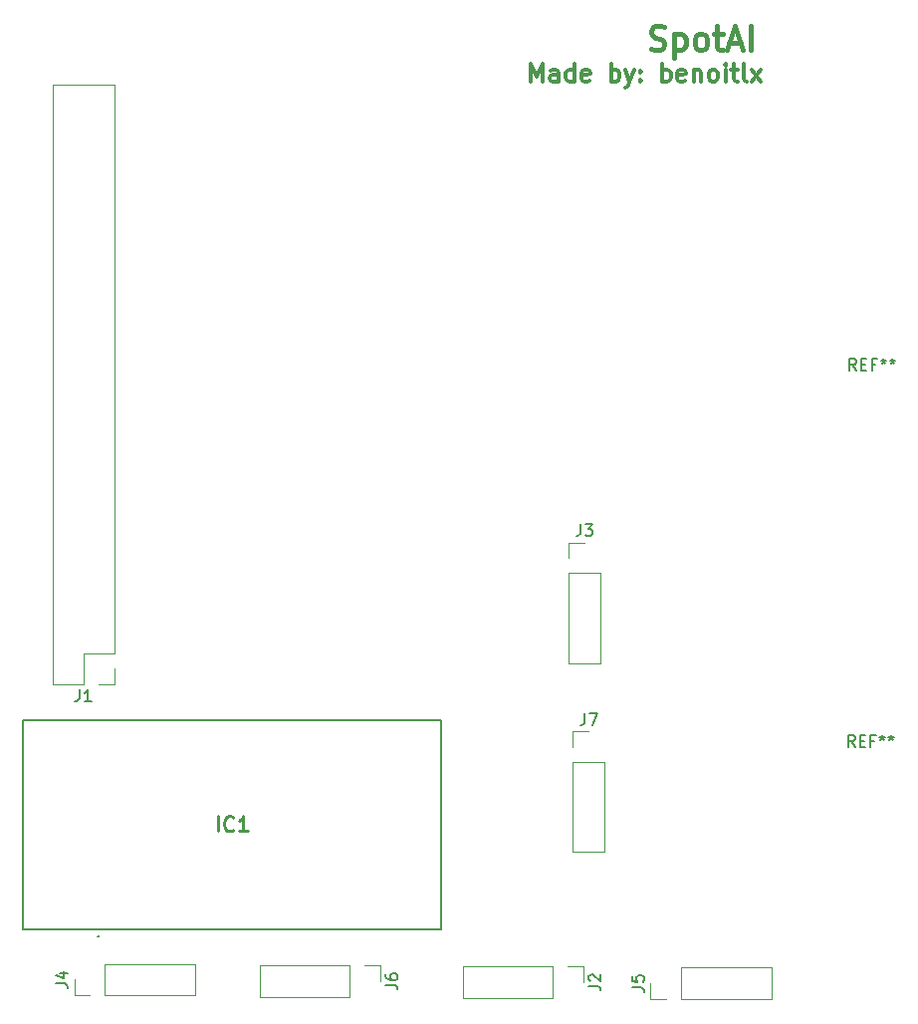
<source format=gbr>
%TF.GenerationSoftware,KiCad,Pcbnew,5.1.10-1.fc34*%
%TF.CreationDate,2021-07-27T15:58:01+02:00*%
%TF.ProjectId,SpotAI,53706f74-4149-42e6-9b69-6361645f7063,rev?*%
%TF.SameCoordinates,Original*%
%TF.FileFunction,Legend,Top*%
%TF.FilePolarity,Positive*%
%FSLAX46Y46*%
G04 Gerber Fmt 4.6, Leading zero omitted, Abs format (unit mm)*
G04 Created by KiCad (PCBNEW 5.1.10-1.fc34) date 2021-07-27 15:58:01*
%MOMM*%
%LPD*%
G01*
G04 APERTURE LIST*
%ADD10C,0.300000*%
%ADD11C,0.400000*%
%ADD12C,0.120000*%
%ADD13C,0.200000*%
%ADD14C,0.150000*%
%ADD15C,0.254000*%
G04 APERTURE END LIST*
D10*
X117285714Y-50208571D02*
X117285714Y-48708571D01*
X117785714Y-49780000D01*
X118285714Y-48708571D01*
X118285714Y-50208571D01*
X119642857Y-50208571D02*
X119642857Y-49422857D01*
X119571428Y-49280000D01*
X119428571Y-49208571D01*
X119142857Y-49208571D01*
X119000000Y-49280000D01*
X119642857Y-50137142D02*
X119500000Y-50208571D01*
X119142857Y-50208571D01*
X119000000Y-50137142D01*
X118928571Y-49994285D01*
X118928571Y-49851428D01*
X119000000Y-49708571D01*
X119142857Y-49637142D01*
X119500000Y-49637142D01*
X119642857Y-49565714D01*
X121000000Y-50208571D02*
X121000000Y-48708571D01*
X121000000Y-50137142D02*
X120857142Y-50208571D01*
X120571428Y-50208571D01*
X120428571Y-50137142D01*
X120357142Y-50065714D01*
X120285714Y-49922857D01*
X120285714Y-49494285D01*
X120357142Y-49351428D01*
X120428571Y-49280000D01*
X120571428Y-49208571D01*
X120857142Y-49208571D01*
X121000000Y-49280000D01*
X122285714Y-50137142D02*
X122142857Y-50208571D01*
X121857142Y-50208571D01*
X121714285Y-50137142D01*
X121642857Y-49994285D01*
X121642857Y-49422857D01*
X121714285Y-49280000D01*
X121857142Y-49208571D01*
X122142857Y-49208571D01*
X122285714Y-49280000D01*
X122357142Y-49422857D01*
X122357142Y-49565714D01*
X121642857Y-49708571D01*
X124142857Y-50208571D02*
X124142857Y-48708571D01*
X124142857Y-49280000D02*
X124285714Y-49208571D01*
X124571428Y-49208571D01*
X124714285Y-49280000D01*
X124785714Y-49351428D01*
X124857142Y-49494285D01*
X124857142Y-49922857D01*
X124785714Y-50065714D01*
X124714285Y-50137142D01*
X124571428Y-50208571D01*
X124285714Y-50208571D01*
X124142857Y-50137142D01*
X125357142Y-49208571D02*
X125714285Y-50208571D01*
X126071428Y-49208571D02*
X125714285Y-50208571D01*
X125571428Y-50565714D01*
X125500000Y-50637142D01*
X125357142Y-50708571D01*
X126642857Y-50065714D02*
X126714285Y-50137142D01*
X126642857Y-50208571D01*
X126571428Y-50137142D01*
X126642857Y-50065714D01*
X126642857Y-50208571D01*
X126642857Y-49280000D02*
X126714285Y-49351428D01*
X126642857Y-49422857D01*
X126571428Y-49351428D01*
X126642857Y-49280000D01*
X126642857Y-49422857D01*
X128500000Y-50208571D02*
X128500000Y-48708571D01*
X128500000Y-49280000D02*
X128642857Y-49208571D01*
X128928571Y-49208571D01*
X129071428Y-49280000D01*
X129142857Y-49351428D01*
X129214285Y-49494285D01*
X129214285Y-49922857D01*
X129142857Y-50065714D01*
X129071428Y-50137142D01*
X128928571Y-50208571D01*
X128642857Y-50208571D01*
X128500000Y-50137142D01*
X130428571Y-50137142D02*
X130285714Y-50208571D01*
X130000000Y-50208571D01*
X129857142Y-50137142D01*
X129785714Y-49994285D01*
X129785714Y-49422857D01*
X129857142Y-49280000D01*
X130000000Y-49208571D01*
X130285714Y-49208571D01*
X130428571Y-49280000D01*
X130500000Y-49422857D01*
X130500000Y-49565714D01*
X129785714Y-49708571D01*
X131142857Y-49208571D02*
X131142857Y-50208571D01*
X131142857Y-49351428D02*
X131214285Y-49280000D01*
X131357142Y-49208571D01*
X131571428Y-49208571D01*
X131714285Y-49280000D01*
X131785714Y-49422857D01*
X131785714Y-50208571D01*
X132714285Y-50208571D02*
X132571428Y-50137142D01*
X132500000Y-50065714D01*
X132428571Y-49922857D01*
X132428571Y-49494285D01*
X132500000Y-49351428D01*
X132571428Y-49280000D01*
X132714285Y-49208571D01*
X132928571Y-49208571D01*
X133071428Y-49280000D01*
X133142857Y-49351428D01*
X133214285Y-49494285D01*
X133214285Y-49922857D01*
X133142857Y-50065714D01*
X133071428Y-50137142D01*
X132928571Y-50208571D01*
X132714285Y-50208571D01*
X133857142Y-50208571D02*
X133857142Y-49208571D01*
X133857142Y-48708571D02*
X133785714Y-48780000D01*
X133857142Y-48851428D01*
X133928571Y-48780000D01*
X133857142Y-48708571D01*
X133857142Y-48851428D01*
X134357142Y-49208571D02*
X134928571Y-49208571D01*
X134571428Y-48708571D02*
X134571428Y-49994285D01*
X134642857Y-50137142D01*
X134785714Y-50208571D01*
X134928571Y-50208571D01*
X135642857Y-50208571D02*
X135500000Y-50137142D01*
X135428571Y-49994285D01*
X135428571Y-48708571D01*
X136071428Y-50208571D02*
X136857142Y-49208571D01*
X136071428Y-49208571D02*
X136857142Y-50208571D01*
D11*
X127514285Y-47409523D02*
X127800000Y-47504761D01*
X128276190Y-47504761D01*
X128466666Y-47409523D01*
X128561904Y-47314285D01*
X128657142Y-47123809D01*
X128657142Y-46933333D01*
X128561904Y-46742857D01*
X128466666Y-46647619D01*
X128276190Y-46552380D01*
X127895238Y-46457142D01*
X127704761Y-46361904D01*
X127609523Y-46266666D01*
X127514285Y-46076190D01*
X127514285Y-45885714D01*
X127609523Y-45695238D01*
X127704761Y-45600000D01*
X127895238Y-45504761D01*
X128371428Y-45504761D01*
X128657142Y-45600000D01*
X129514285Y-46171428D02*
X129514285Y-48171428D01*
X129514285Y-46266666D02*
X129704761Y-46171428D01*
X130085714Y-46171428D01*
X130276190Y-46266666D01*
X130371428Y-46361904D01*
X130466666Y-46552380D01*
X130466666Y-47123809D01*
X130371428Y-47314285D01*
X130276190Y-47409523D01*
X130085714Y-47504761D01*
X129704761Y-47504761D01*
X129514285Y-47409523D01*
X131609523Y-47504761D02*
X131419047Y-47409523D01*
X131323809Y-47314285D01*
X131228571Y-47123809D01*
X131228571Y-46552380D01*
X131323809Y-46361904D01*
X131419047Y-46266666D01*
X131609523Y-46171428D01*
X131895238Y-46171428D01*
X132085714Y-46266666D01*
X132180952Y-46361904D01*
X132276190Y-46552380D01*
X132276190Y-47123809D01*
X132180952Y-47314285D01*
X132085714Y-47409523D01*
X131895238Y-47504761D01*
X131609523Y-47504761D01*
X132847619Y-46171428D02*
X133609523Y-46171428D01*
X133133333Y-45504761D02*
X133133333Y-47219047D01*
X133228571Y-47409523D01*
X133419047Y-47504761D01*
X133609523Y-47504761D01*
X134180952Y-46933333D02*
X135133333Y-46933333D01*
X133990476Y-47504761D02*
X134657142Y-45504761D01*
X135323809Y-47504761D01*
X135990476Y-47504761D02*
X135990476Y-45504761D01*
D12*
%TO.C,J1*%
X81870000Y-50510000D02*
X76670000Y-50510000D01*
X81870000Y-98830000D02*
X81870000Y-50510000D01*
X76670000Y-101430000D02*
X76670000Y-50510000D01*
X81870000Y-98830000D02*
X79270000Y-98830000D01*
X79270000Y-98830000D02*
X79270000Y-101430000D01*
X79270000Y-101430000D02*
X76670000Y-101430000D01*
X81870000Y-100100000D02*
X81870000Y-101430000D01*
X81870000Y-101430000D02*
X80540000Y-101430000D01*
%TO.C,J7*%
X120890000Y-115700000D02*
X123550000Y-115700000D01*
X120890000Y-108020000D02*
X120890000Y-115700000D01*
X123550000Y-108020000D02*
X123550000Y-115700000D01*
X120890000Y-108020000D02*
X123550000Y-108020000D01*
X120890000Y-106750000D02*
X120890000Y-105420000D01*
X120890000Y-105420000D02*
X122220000Y-105420000D01*
%TO.C,J6*%
X94230000Y-125340000D02*
X94230000Y-128000000D01*
X101910000Y-125340000D02*
X94230000Y-125340000D01*
X101910000Y-128000000D02*
X94230000Y-128000000D01*
X101910000Y-125340000D02*
X101910000Y-128000000D01*
X103180000Y-125340000D02*
X104510000Y-125340000D01*
X104510000Y-125340000D02*
X104510000Y-126670000D01*
%TO.C,J5*%
X137750000Y-128180000D02*
X137750000Y-125520000D01*
X130070000Y-128180000D02*
X137750000Y-128180000D01*
X130070000Y-125520000D02*
X137750000Y-125520000D01*
X130070000Y-128180000D02*
X130070000Y-125520000D01*
X128800000Y-128180000D02*
X127470000Y-128180000D01*
X127470000Y-128180000D02*
X127470000Y-126850000D01*
%TO.C,J4*%
X88760000Y-127870000D02*
X88760000Y-125210000D01*
X81080000Y-127870000D02*
X88760000Y-127870000D01*
X81080000Y-125210000D02*
X88760000Y-125210000D01*
X81080000Y-127870000D02*
X81080000Y-125210000D01*
X79810000Y-127870000D02*
X78480000Y-127870000D01*
X78480000Y-127870000D02*
X78480000Y-126540000D01*
%TO.C,J3*%
X120550000Y-99660000D02*
X123210000Y-99660000D01*
X120550000Y-91980000D02*
X120550000Y-99660000D01*
X123210000Y-91980000D02*
X123210000Y-99660000D01*
X120550000Y-91980000D02*
X123210000Y-91980000D01*
X120550000Y-90710000D02*
X120550000Y-89380000D01*
X120550000Y-89380000D02*
X121880000Y-89380000D01*
%TO.C,J2*%
X111510000Y-125430000D02*
X111510000Y-128090000D01*
X119190000Y-125430000D02*
X111510000Y-125430000D01*
X119190000Y-128090000D02*
X111510000Y-128090000D01*
X119190000Y-125430000D02*
X119190000Y-128090000D01*
X120460000Y-125430000D02*
X121790000Y-125430000D01*
X121790000Y-125430000D02*
X121790000Y-126760000D01*
D13*
%TO.C,IC1*%
X80480000Y-122870000D02*
X80480000Y-122870000D01*
X80580000Y-122870000D02*
X80580000Y-122870000D01*
X80480000Y-122870000D02*
X80480000Y-122870000D01*
X74130000Y-122230000D02*
X74130000Y-104460000D01*
X109700000Y-122230000D02*
X74130000Y-122230000D01*
X109700000Y-104460000D02*
X109700000Y-122230000D01*
X74130000Y-104460000D02*
X109700000Y-104460000D01*
X80580000Y-122870000D02*
G75*
G02*
X80480000Y-122870000I-50000J0D01*
G01*
X80480000Y-122870000D02*
G75*
G02*
X80580000Y-122870000I50000J0D01*
G01*
X80580000Y-122870000D02*
G75*
G02*
X80480000Y-122870000I-50000J0D01*
G01*
%TO.C,REF\u002A\u002A*%
D14*
X144966666Y-74752380D02*
X144633333Y-74276190D01*
X144395238Y-74752380D02*
X144395238Y-73752380D01*
X144776190Y-73752380D01*
X144871428Y-73800000D01*
X144919047Y-73847619D01*
X144966666Y-73942857D01*
X144966666Y-74085714D01*
X144919047Y-74180952D01*
X144871428Y-74228571D01*
X144776190Y-74276190D01*
X144395238Y-74276190D01*
X145395238Y-74228571D02*
X145728571Y-74228571D01*
X145871428Y-74752380D02*
X145395238Y-74752380D01*
X145395238Y-73752380D01*
X145871428Y-73752380D01*
X146633333Y-74228571D02*
X146300000Y-74228571D01*
X146300000Y-74752380D02*
X146300000Y-73752380D01*
X146776190Y-73752380D01*
X147300000Y-73752380D02*
X147300000Y-73990476D01*
X147061904Y-73895238D02*
X147300000Y-73990476D01*
X147538095Y-73895238D01*
X147157142Y-74180952D02*
X147300000Y-73990476D01*
X147442857Y-74180952D01*
X148061904Y-73752380D02*
X148061904Y-73990476D01*
X147823809Y-73895238D02*
X148061904Y-73990476D01*
X148300000Y-73895238D01*
X147919047Y-74180952D02*
X148061904Y-73990476D01*
X148204761Y-74180952D01*
X144866666Y-106752380D02*
X144533333Y-106276190D01*
X144295238Y-106752380D02*
X144295238Y-105752380D01*
X144676190Y-105752380D01*
X144771428Y-105800000D01*
X144819047Y-105847619D01*
X144866666Y-105942857D01*
X144866666Y-106085714D01*
X144819047Y-106180952D01*
X144771428Y-106228571D01*
X144676190Y-106276190D01*
X144295238Y-106276190D01*
X145295238Y-106228571D02*
X145628571Y-106228571D01*
X145771428Y-106752380D02*
X145295238Y-106752380D01*
X145295238Y-105752380D01*
X145771428Y-105752380D01*
X146533333Y-106228571D02*
X146200000Y-106228571D01*
X146200000Y-106752380D02*
X146200000Y-105752380D01*
X146676190Y-105752380D01*
X147200000Y-105752380D02*
X147200000Y-105990476D01*
X146961904Y-105895238D02*
X147200000Y-105990476D01*
X147438095Y-105895238D01*
X147057142Y-106180952D02*
X147200000Y-105990476D01*
X147342857Y-106180952D01*
X147961904Y-105752380D02*
X147961904Y-105990476D01*
X147723809Y-105895238D02*
X147961904Y-105990476D01*
X148200000Y-105895238D01*
X147819047Y-106180952D02*
X147961904Y-105990476D01*
X148104761Y-106180952D01*
%TO.C,J1*%
X78936666Y-101882380D02*
X78936666Y-102596666D01*
X78889047Y-102739523D01*
X78793809Y-102834761D01*
X78650952Y-102882380D01*
X78555714Y-102882380D01*
X79936666Y-102882380D02*
X79365238Y-102882380D01*
X79650952Y-102882380D02*
X79650952Y-101882380D01*
X79555714Y-102025238D01*
X79460476Y-102120476D01*
X79365238Y-102168095D01*
%TO.C,J7*%
X121886666Y-103872380D02*
X121886666Y-104586666D01*
X121839047Y-104729523D01*
X121743809Y-104824761D01*
X121600952Y-104872380D01*
X121505714Y-104872380D01*
X122267619Y-103872380D02*
X122934285Y-103872380D01*
X122505714Y-104872380D01*
%TO.C,J6*%
X104962380Y-127003333D02*
X105676666Y-127003333D01*
X105819523Y-127050952D01*
X105914761Y-127146190D01*
X105962380Y-127289047D01*
X105962380Y-127384285D01*
X104962380Y-126098571D02*
X104962380Y-126289047D01*
X105010000Y-126384285D01*
X105057619Y-126431904D01*
X105200476Y-126527142D01*
X105390952Y-126574761D01*
X105771904Y-126574761D01*
X105867142Y-126527142D01*
X105914761Y-126479523D01*
X105962380Y-126384285D01*
X105962380Y-126193809D01*
X105914761Y-126098571D01*
X105867142Y-126050952D01*
X105771904Y-126003333D01*
X105533809Y-126003333D01*
X105438571Y-126050952D01*
X105390952Y-126098571D01*
X105343333Y-126193809D01*
X105343333Y-126384285D01*
X105390952Y-126479523D01*
X105438571Y-126527142D01*
X105533809Y-126574761D01*
%TO.C,J5*%
X125922380Y-127183333D02*
X126636666Y-127183333D01*
X126779523Y-127230952D01*
X126874761Y-127326190D01*
X126922380Y-127469047D01*
X126922380Y-127564285D01*
X125922380Y-126230952D02*
X125922380Y-126707142D01*
X126398571Y-126754761D01*
X126350952Y-126707142D01*
X126303333Y-126611904D01*
X126303333Y-126373809D01*
X126350952Y-126278571D01*
X126398571Y-126230952D01*
X126493809Y-126183333D01*
X126731904Y-126183333D01*
X126827142Y-126230952D01*
X126874761Y-126278571D01*
X126922380Y-126373809D01*
X126922380Y-126611904D01*
X126874761Y-126707142D01*
X126827142Y-126754761D01*
%TO.C,J4*%
X76932380Y-126873333D02*
X77646666Y-126873333D01*
X77789523Y-126920952D01*
X77884761Y-127016190D01*
X77932380Y-127159047D01*
X77932380Y-127254285D01*
X77265714Y-125968571D02*
X77932380Y-125968571D01*
X76884761Y-126206666D02*
X77599047Y-126444761D01*
X77599047Y-125825714D01*
%TO.C,J3*%
X121546666Y-87832380D02*
X121546666Y-88546666D01*
X121499047Y-88689523D01*
X121403809Y-88784761D01*
X121260952Y-88832380D01*
X121165714Y-88832380D01*
X121927619Y-87832380D02*
X122546666Y-87832380D01*
X122213333Y-88213333D01*
X122356190Y-88213333D01*
X122451428Y-88260952D01*
X122499047Y-88308571D01*
X122546666Y-88403809D01*
X122546666Y-88641904D01*
X122499047Y-88737142D01*
X122451428Y-88784761D01*
X122356190Y-88832380D01*
X122070476Y-88832380D01*
X121975238Y-88784761D01*
X121927619Y-88737142D01*
%TO.C,J2*%
X122242380Y-127093333D02*
X122956666Y-127093333D01*
X123099523Y-127140952D01*
X123194761Y-127236190D01*
X123242380Y-127379047D01*
X123242380Y-127474285D01*
X122337619Y-126664761D02*
X122290000Y-126617142D01*
X122242380Y-126521904D01*
X122242380Y-126283809D01*
X122290000Y-126188571D01*
X122337619Y-126140952D01*
X122432857Y-126093333D01*
X122528095Y-126093333D01*
X122670952Y-126140952D01*
X123242380Y-126712380D01*
X123242380Y-126093333D01*
%TO.C,IC1*%
D15*
X90675238Y-113924523D02*
X90675238Y-112654523D01*
X92005714Y-113803571D02*
X91945238Y-113864047D01*
X91763809Y-113924523D01*
X91642857Y-113924523D01*
X91461428Y-113864047D01*
X91340476Y-113743095D01*
X91280000Y-113622142D01*
X91219523Y-113380238D01*
X91219523Y-113198809D01*
X91280000Y-112956904D01*
X91340476Y-112835952D01*
X91461428Y-112715000D01*
X91642857Y-112654523D01*
X91763809Y-112654523D01*
X91945238Y-112715000D01*
X92005714Y-112775476D01*
X93215238Y-113924523D02*
X92489523Y-113924523D01*
X92852380Y-113924523D02*
X92852380Y-112654523D01*
X92731428Y-112835952D01*
X92610476Y-112956904D01*
X92489523Y-113017380D01*
%TD*%
M02*

</source>
